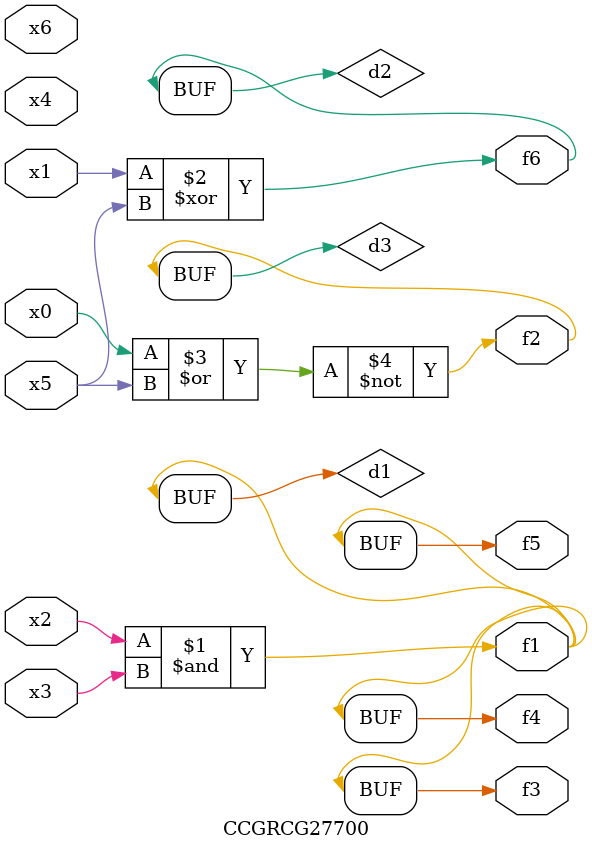
<source format=v>
module CCGRCG27700(
	input x0, x1, x2, x3, x4, x5, x6,
	output f1, f2, f3, f4, f5, f6
);

	wire d1, d2, d3;

	and (d1, x2, x3);
	xor (d2, x1, x5);
	nor (d3, x0, x5);
	assign f1 = d1;
	assign f2 = d3;
	assign f3 = d1;
	assign f4 = d1;
	assign f5 = d1;
	assign f6 = d2;
endmodule

</source>
